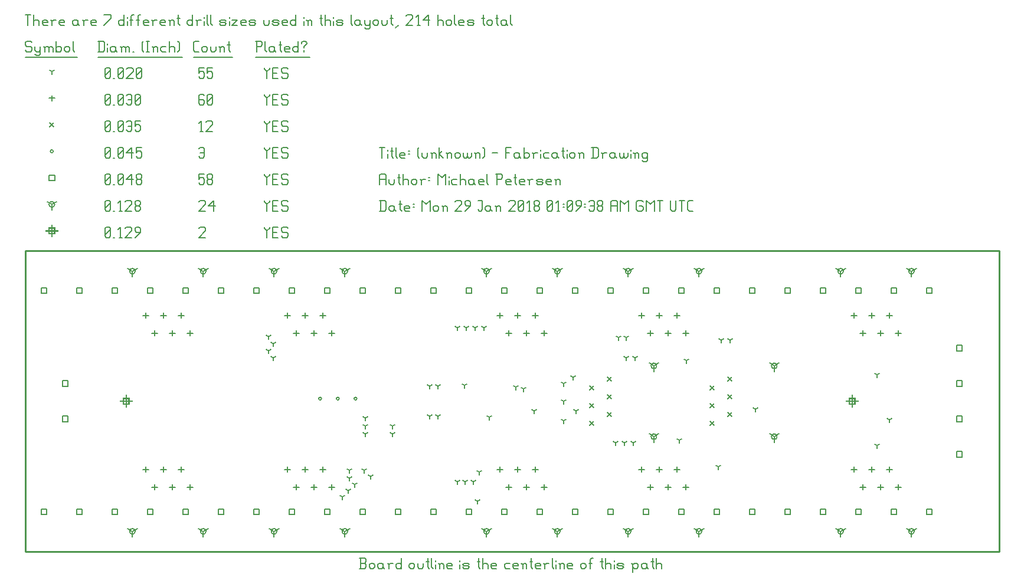
<source format=gbr>
G04 start of page 12 for group -3984 idx -3984 *
G04 Title: (unknown), fab *
G04 Creator: pcb 20140316 *
G04 CreationDate: Mon 29 Jan 2018 01:09:38 AM GMT UTC *
G04 For: railfan *
G04 Format: Gerber/RS-274X *
G04 PCB-Dimensions (mil): 5500.00 1700.00 *
G04 PCB-Coordinate-Origin: lower left *
%MOIN*%
%FSLAX25Y25*%
%LNFAB*%
%ADD88C,0.0100*%
%ADD87C,0.0060*%
%ADD86R,0.0080X0.0080*%
G54D86*X467000Y88200D02*Y81800D01*
X463800Y85000D02*X470200D01*
X465400Y86600D02*X468600D01*
X465400D02*Y83400D01*
X468600D01*
Y86600D02*Y83400D01*
X57000Y88200D02*Y81800D01*
X53800Y85000D02*X60200D01*
X55400Y86600D02*X58600D01*
X55400D02*Y83400D01*
X58600D01*
Y86600D02*Y83400D01*
X15000Y184450D02*Y178050D01*
X11800Y181250D02*X18200D01*
X13400Y182850D02*X16600D01*
X13400D02*Y179650D01*
X16600D01*
Y182850D02*Y179650D01*
G54D87*X135000Y183500D02*Y182750D01*
X136500Y181250D01*
X138000Y182750D01*
Y183500D02*Y182750D01*
X136500Y181250D02*Y177500D01*
X139800Y180500D02*X142050D01*
X139800Y177500D02*X142800D01*
X139800Y183500D02*Y177500D01*
Y183500D02*X142800D01*
X147600D02*X148350Y182750D01*
X145350Y183500D02*X147600D01*
X144600Y182750D02*X145350Y183500D01*
X144600Y182750D02*Y181250D01*
X145350Y180500D01*
X147600D01*
X148350Y179750D01*
Y178250D01*
X147600Y177500D02*X148350Y178250D01*
X145350Y177500D02*X147600D01*
X144600Y178250D02*X145350Y177500D01*
X98000Y182750D02*X98750Y183500D01*
X101000D01*
X101750Y182750D01*
Y181250D01*
X98000Y177500D02*X101750Y181250D01*
X98000Y177500D02*X101750D01*
X45000Y178250D02*X45750Y177500D01*
X45000Y182750D02*Y178250D01*
Y182750D02*X45750Y183500D01*
X47250D01*
X48000Y182750D01*
Y178250D01*
X47250Y177500D02*X48000Y178250D01*
X45750Y177500D02*X47250D01*
X45000Y179000D02*X48000Y182000D01*
X49800Y177500D02*X50550D01*
X53100D02*X54600D01*
X53850Y183500D02*Y177500D01*
X52350Y182000D02*X53850Y183500D01*
X56400Y182750D02*X57150Y183500D01*
X59400D01*
X60150Y182750D01*
Y181250D01*
X56400Y177500D02*X60150Y181250D01*
X56400Y177500D02*X60150D01*
X61950D02*X64950Y180500D01*
Y182750D02*Y180500D01*
X64200Y183500D02*X64950Y182750D01*
X62700Y183500D02*X64200D01*
X61950Y182750D02*X62700Y183500D01*
X61950Y182750D02*Y181250D01*
X62700Y180500D01*
X64950D01*
X180500Y158500D02*Y155300D01*
Y158500D02*X183273Y160100D01*
X180500Y158500D02*X177727Y160100D01*
X178900Y158500D02*G75*G03X182100Y158500I1600J0D01*G01*
G75*G03X178900Y158500I-1600J0D01*G01*
X140500D02*Y155300D01*
Y158500D02*X143273Y160100D01*
X140500Y158500D02*X137727Y160100D01*
X138900Y158500D02*G75*G03X142100Y158500I1600J0D01*G01*
G75*G03X138900Y158500I-1600J0D01*G01*
X100500D02*Y155300D01*
Y158500D02*X103273Y160100D01*
X100500Y158500D02*X97727Y160100D01*
X98900Y158500D02*G75*G03X102100Y158500I1600J0D01*G01*
G75*G03X98900Y158500I-1600J0D01*G01*
X60500D02*Y155300D01*
Y158500D02*X63273Y160100D01*
X60500Y158500D02*X57727Y160100D01*
X58900Y158500D02*G75*G03X62100Y158500I1600J0D01*G01*
G75*G03X58900Y158500I-1600J0D01*G01*
X260500Y11500D02*Y8300D01*
Y11500D02*X263273Y13100D01*
X260500Y11500D02*X257727Y13100D01*
X258900Y11500D02*G75*G03X262100Y11500I1600J0D01*G01*
G75*G03X258900Y11500I-1600J0D01*G01*
X300500D02*Y8300D01*
Y11500D02*X303273Y13100D01*
X300500Y11500D02*X297727Y13100D01*
X298900Y11500D02*G75*G03X302100Y11500I1600J0D01*G01*
G75*G03X298900Y11500I-1600J0D01*G01*
X60500D02*Y8300D01*
Y11500D02*X63273Y13100D01*
X60500Y11500D02*X57727Y13100D01*
X58900Y11500D02*G75*G03X62100Y11500I1600J0D01*G01*
G75*G03X58900Y11500I-1600J0D01*G01*
X100500D02*Y8300D01*
Y11500D02*X103273Y13100D01*
X100500Y11500D02*X97727Y13100D01*
X98900Y11500D02*G75*G03X102100Y11500I1600J0D01*G01*
G75*G03X98900Y11500I-1600J0D01*G01*
X340500D02*Y8300D01*
Y11500D02*X343273Y13100D01*
X340500Y11500D02*X337727Y13100D01*
X338900Y11500D02*G75*G03X342100Y11500I1600J0D01*G01*
G75*G03X338900Y11500I-1600J0D01*G01*
X380500D02*Y8300D01*
Y11500D02*X383273Y13100D01*
X380500Y11500D02*X377727Y13100D01*
X378900Y11500D02*G75*G03X382100Y11500I1600J0D01*G01*
G75*G03X378900Y11500I-1600J0D01*G01*
X140500D02*Y8300D01*
Y11500D02*X143273Y13100D01*
X140500Y11500D02*X137727Y13100D01*
X138900Y11500D02*G75*G03X142100Y11500I1600J0D01*G01*
G75*G03X138900Y11500I-1600J0D01*G01*
X180500D02*Y8300D01*
Y11500D02*X183273Y13100D01*
X180500Y11500D02*X177727Y13100D01*
X178900Y11500D02*G75*G03X182100Y11500I1600J0D01*G01*
G75*G03X178900Y11500I-1600J0D01*G01*
X380500Y158500D02*Y155300D01*
Y158500D02*X383273Y160100D01*
X380500Y158500D02*X377727Y160100D01*
X378900Y158500D02*G75*G03X382100Y158500I1600J0D01*G01*
G75*G03X378900Y158500I-1600J0D01*G01*
X340500D02*Y155300D01*
Y158500D02*X343273Y160100D01*
X340500Y158500D02*X337727Y160100D01*
X338900Y158500D02*G75*G03X342100Y158500I1600J0D01*G01*
G75*G03X338900Y158500I-1600J0D01*G01*
X300500D02*Y155300D01*
Y158500D02*X303273Y160100D01*
X300500Y158500D02*X297727Y160100D01*
X298900Y158500D02*G75*G03X302100Y158500I1600J0D01*G01*
G75*G03X298900Y158500I-1600J0D01*G01*
X260500D02*Y155300D01*
Y158500D02*X263273Y160100D01*
X260500Y158500D02*X257727Y160100D01*
X258900Y158500D02*G75*G03X262100Y158500I1600J0D01*G01*
G75*G03X258900Y158500I-1600J0D01*G01*
X355000Y65000D02*Y61800D01*
Y65000D02*X357773Y66600D01*
X355000Y65000D02*X352227Y66600D01*
X353400Y65000D02*G75*G03X356600Y65000I1600J0D01*G01*
G75*G03X353400Y65000I-1600J0D01*G01*
X355000Y105000D02*Y101800D01*
Y105000D02*X357773Y106600D01*
X355000Y105000D02*X352227Y106600D01*
X353400Y105000D02*G75*G03X356600Y105000I1600J0D01*G01*
G75*G03X353400Y105000I-1600J0D01*G01*
X423000Y65000D02*Y61800D01*
Y65000D02*X425773Y66600D01*
X423000Y65000D02*X420227Y66600D01*
X421400Y65000D02*G75*G03X424600Y65000I1600J0D01*G01*
G75*G03X421400Y65000I-1600J0D01*G01*
X423000Y105000D02*Y101800D01*
Y105000D02*X425773Y106600D01*
X423000Y105000D02*X420227Y106600D01*
X421400Y105000D02*G75*G03X424600Y105000I1600J0D01*G01*
G75*G03X421400Y105000I-1600J0D01*G01*
X460500Y11500D02*Y8300D01*
Y11500D02*X463273Y13100D01*
X460500Y11500D02*X457727Y13100D01*
X458900Y11500D02*G75*G03X462100Y11500I1600J0D01*G01*
G75*G03X458900Y11500I-1600J0D01*G01*
X500500D02*Y8300D01*
Y11500D02*X503273Y13100D01*
X500500Y11500D02*X497727Y13100D01*
X498900Y11500D02*G75*G03X502100Y11500I1600J0D01*G01*
G75*G03X498900Y11500I-1600J0D01*G01*
X500500Y158500D02*Y155300D01*
Y158500D02*X503273Y160100D01*
X500500Y158500D02*X497727Y160100D01*
X498900Y158500D02*G75*G03X502100Y158500I1600J0D01*G01*
G75*G03X498900Y158500I-1600J0D01*G01*
X460500D02*Y155300D01*
Y158500D02*X463273Y160100D01*
X460500Y158500D02*X457727Y160100D01*
X458900Y158500D02*G75*G03X462100Y158500I1600J0D01*G01*
G75*G03X458900Y158500I-1600J0D01*G01*
X15000Y196250D02*Y193050D01*
Y196250D02*X17773Y197850D01*
X15000Y196250D02*X12227Y197850D01*
X13400Y196250D02*G75*G03X16600Y196250I1600J0D01*G01*
G75*G03X13400Y196250I-1600J0D01*G01*
X135000Y198500D02*Y197750D01*
X136500Y196250D01*
X138000Y197750D01*
Y198500D02*Y197750D01*
X136500Y196250D02*Y192500D01*
X139800Y195500D02*X142050D01*
X139800Y192500D02*X142800D01*
X139800Y198500D02*Y192500D01*
Y198500D02*X142800D01*
X147600D02*X148350Y197750D01*
X145350Y198500D02*X147600D01*
X144600Y197750D02*X145350Y198500D01*
X144600Y197750D02*Y196250D01*
X145350Y195500D01*
X147600D01*
X148350Y194750D01*
Y193250D01*
X147600Y192500D02*X148350Y193250D01*
X145350Y192500D02*X147600D01*
X144600Y193250D02*X145350Y192500D01*
X98000Y197750D02*X98750Y198500D01*
X101000D01*
X101750Y197750D01*
Y196250D01*
X98000Y192500D02*X101750Y196250D01*
X98000Y192500D02*X101750D01*
X103550Y195500D02*X106550Y198500D01*
X103550Y195500D02*X107300D01*
X106550Y198500D02*Y192500D01*
X45000Y193250D02*X45750Y192500D01*
X45000Y197750D02*Y193250D01*
Y197750D02*X45750Y198500D01*
X47250D01*
X48000Y197750D01*
Y193250D01*
X47250Y192500D02*X48000Y193250D01*
X45750Y192500D02*X47250D01*
X45000Y194000D02*X48000Y197000D01*
X49800Y192500D02*X50550D01*
X53100D02*X54600D01*
X53850Y198500D02*Y192500D01*
X52350Y197000D02*X53850Y198500D01*
X56400Y197750D02*X57150Y198500D01*
X59400D01*
X60150Y197750D01*
Y196250D01*
X56400Y192500D02*X60150Y196250D01*
X56400Y192500D02*X60150D01*
X61950Y193250D02*X62700Y192500D01*
X61950Y194750D02*Y193250D01*
Y194750D02*X62700Y195500D01*
X64200D01*
X64950Y194750D01*
Y193250D01*
X64200Y192500D02*X64950Y193250D01*
X62700Y192500D02*X64200D01*
X61950Y196250D02*X62700Y195500D01*
X61950Y197750D02*Y196250D01*
Y197750D02*X62700Y198500D01*
X64200D01*
X64950Y197750D01*
Y196250D01*
X64200Y195500D02*X64950Y196250D01*
X288900Y24100D02*X292100D01*
X288900D02*Y20900D01*
X292100D01*
Y24100D02*Y20900D01*
X308900Y24100D02*X312100D01*
X308900D02*Y20900D01*
X312100D01*
Y24100D02*Y20900D01*
X148900Y149100D02*X152100D01*
X148900D02*Y145900D01*
X152100D01*
Y149100D02*Y145900D01*
X128900Y149100D02*X132100D01*
X128900D02*Y145900D01*
X132100D01*
Y149100D02*Y145900D01*
X28900Y149100D02*X32100D01*
X28900D02*Y145900D01*
X32100D01*
Y149100D02*Y145900D01*
X8900Y149100D02*X12100D01*
X8900D02*Y145900D01*
X12100D01*
Y149100D02*Y145900D01*
X468900Y149100D02*X472100D01*
X468900D02*Y145900D01*
X472100D01*
Y149100D02*Y145900D01*
X448900Y149100D02*X452100D01*
X448900D02*Y145900D01*
X452100D01*
Y149100D02*Y145900D01*
X508900Y149100D02*X512100D01*
X508900D02*Y145900D01*
X512100D01*
Y149100D02*Y145900D01*
X488900Y149100D02*X492100D01*
X488900D02*Y145900D01*
X492100D01*
Y149100D02*Y145900D01*
X488900Y24100D02*X492100D01*
X488900D02*Y20900D01*
X492100D01*
Y24100D02*Y20900D01*
X508900Y24100D02*X512100D01*
X508900D02*Y20900D01*
X512100D01*
Y24100D02*Y20900D01*
X48900Y24100D02*X52100D01*
X48900D02*Y20900D01*
X52100D01*
Y24100D02*Y20900D01*
X68900Y24100D02*X72100D01*
X68900D02*Y20900D01*
X72100D01*
Y24100D02*Y20900D01*
X248900Y24100D02*X252100D01*
X248900D02*Y20900D01*
X252100D01*
Y24100D02*Y20900D01*
X268900Y24100D02*X272100D01*
X268900D02*Y20900D01*
X272100D01*
Y24100D02*Y20900D01*
X68900Y149100D02*X72100D01*
X68900D02*Y145900D01*
X72100D01*
Y149100D02*Y145900D01*
X48900Y149100D02*X52100D01*
X48900D02*Y145900D01*
X52100D01*
Y149100D02*Y145900D01*
X368900Y24100D02*X372100D01*
X368900D02*Y20900D01*
X372100D01*
Y24100D02*Y20900D01*
X388900Y24100D02*X392100D01*
X388900D02*Y20900D01*
X392100D01*
Y24100D02*Y20900D01*
X88900Y24100D02*X92100D01*
X88900D02*Y20900D01*
X92100D01*
Y24100D02*Y20900D01*
X108900Y24100D02*X112100D01*
X108900D02*Y20900D01*
X112100D01*
Y24100D02*Y20900D01*
X168900Y24100D02*X172100D01*
X168900D02*Y20900D01*
X172100D01*
Y24100D02*Y20900D01*
X188900Y24100D02*X192100D01*
X188900D02*Y20900D01*
X192100D01*
Y24100D02*Y20900D01*
X128900Y24100D02*X132100D01*
X128900D02*Y20900D01*
X132100D01*
Y24100D02*Y20900D01*
X148900Y24100D02*X152100D01*
X148900D02*Y20900D01*
X152100D01*
Y24100D02*Y20900D01*
X208900Y24100D02*X212100D01*
X208900D02*Y20900D01*
X212100D01*
Y24100D02*Y20900D01*
X228900Y24100D02*X232100D01*
X228900D02*Y20900D01*
X232100D01*
Y24100D02*Y20900D01*
X228900Y149100D02*X232100D01*
X228900D02*Y145900D01*
X232100D01*
Y149100D02*Y145900D01*
X208900Y149100D02*X212100D01*
X208900D02*Y145900D01*
X212100D01*
Y149100D02*Y145900D01*
X328900Y24100D02*X332100D01*
X328900D02*Y20900D01*
X332100D01*
Y24100D02*Y20900D01*
X348900Y24100D02*X352100D01*
X348900D02*Y20900D01*
X352100D01*
Y24100D02*Y20900D01*
X448900Y24100D02*X452100D01*
X448900D02*Y20900D01*
X452100D01*
Y24100D02*Y20900D01*
X468900Y24100D02*X472100D01*
X468900D02*Y20900D01*
X472100D01*
Y24100D02*Y20900D01*
X388900Y149100D02*X392100D01*
X388900D02*Y145900D01*
X392100D01*
Y149100D02*Y145900D01*
X368900Y149100D02*X372100D01*
X368900D02*Y145900D01*
X372100D01*
Y149100D02*Y145900D01*
X268900Y149100D02*X272100D01*
X268900D02*Y145900D01*
X272100D01*
Y149100D02*Y145900D01*
X248900Y149100D02*X252100D01*
X248900D02*Y145900D01*
X252100D01*
Y149100D02*Y145900D01*
X20900Y96600D02*X24100D01*
X20900D02*Y93400D01*
X24100D01*
Y96600D02*Y93400D01*
X20900Y76600D02*X24100D01*
X20900D02*Y73400D01*
X24100D01*
Y76600D02*Y73400D01*
X348900Y149100D02*X352100D01*
X348900D02*Y145900D01*
X352100D01*
Y149100D02*Y145900D01*
X328900Y149100D02*X332100D01*
X328900D02*Y145900D01*
X332100D01*
Y149100D02*Y145900D01*
X308900Y149100D02*X312100D01*
X308900D02*Y145900D01*
X312100D01*
Y149100D02*Y145900D01*
X288900Y149100D02*X292100D01*
X288900D02*Y145900D01*
X292100D01*
Y149100D02*Y145900D01*
X428900Y149100D02*X432100D01*
X428900D02*Y145900D01*
X432100D01*
Y149100D02*Y145900D01*
X408900Y149100D02*X412100D01*
X408900D02*Y145900D01*
X412100D01*
Y149100D02*Y145900D01*
X108900Y149100D02*X112100D01*
X108900D02*Y145900D01*
X112100D01*
Y149100D02*Y145900D01*
X88900Y149100D02*X92100D01*
X88900D02*Y145900D01*
X92100D01*
Y149100D02*Y145900D01*
X188900Y149100D02*X192100D01*
X188900D02*Y145900D01*
X192100D01*
Y149100D02*Y145900D01*
X168900Y149100D02*X172100D01*
X168900D02*Y145900D01*
X172100D01*
Y149100D02*Y145900D01*
X408900Y24100D02*X412100D01*
X408900D02*Y20900D01*
X412100D01*
Y24100D02*Y20900D01*
X428900Y24100D02*X432100D01*
X428900D02*Y20900D01*
X432100D01*
Y24100D02*Y20900D01*
X8900Y24100D02*X12100D01*
X8900D02*Y20900D01*
X12100D01*
Y24100D02*Y20900D01*
X28900Y24100D02*X32100D01*
X28900D02*Y20900D01*
X32100D01*
Y24100D02*Y20900D01*
X525900Y96600D02*X529100D01*
X525900D02*Y93400D01*
X529100D01*
Y96600D02*Y93400D01*
X525900Y116600D02*X529100D01*
X525900D02*Y113400D01*
X529100D01*
Y116600D02*Y113400D01*
X525900Y56600D02*X529100D01*
X525900D02*Y53400D01*
X529100D01*
Y56600D02*Y53400D01*
X525900Y76600D02*X529100D01*
X525900D02*Y73400D01*
X529100D01*
Y76600D02*Y73400D01*
X13400Y212850D02*X16600D01*
X13400D02*Y209650D01*
X16600D01*
Y212850D02*Y209650D01*
X135000Y213500D02*Y212750D01*
X136500Y211250D01*
X138000Y212750D01*
Y213500D02*Y212750D01*
X136500Y211250D02*Y207500D01*
X139800Y210500D02*X142050D01*
X139800Y207500D02*X142800D01*
X139800Y213500D02*Y207500D01*
Y213500D02*X142800D01*
X147600D02*X148350Y212750D01*
X145350Y213500D02*X147600D01*
X144600Y212750D02*X145350Y213500D01*
X144600Y212750D02*Y211250D01*
X145350Y210500D01*
X147600D01*
X148350Y209750D01*
Y208250D01*
X147600Y207500D02*X148350Y208250D01*
X145350Y207500D02*X147600D01*
X144600Y208250D02*X145350Y207500D01*
X98000Y213500D02*X101000D01*
X98000D02*Y210500D01*
X98750Y211250D01*
X100250D01*
X101000Y210500D01*
Y208250D01*
X100250Y207500D02*X101000Y208250D01*
X98750Y207500D02*X100250D01*
X98000Y208250D02*X98750Y207500D01*
X102800Y208250D02*X103550Y207500D01*
X102800Y209750D02*Y208250D01*
Y209750D02*X103550Y210500D01*
X105050D01*
X105800Y209750D01*
Y208250D01*
X105050Y207500D02*X105800Y208250D01*
X103550Y207500D02*X105050D01*
X102800Y211250D02*X103550Y210500D01*
X102800Y212750D02*Y211250D01*
Y212750D02*X103550Y213500D01*
X105050D01*
X105800Y212750D01*
Y211250D01*
X105050Y210500D02*X105800Y211250D01*
X45000Y208250D02*X45750Y207500D01*
X45000Y212750D02*Y208250D01*
Y212750D02*X45750Y213500D01*
X47250D01*
X48000Y212750D01*
Y208250D01*
X47250Y207500D02*X48000Y208250D01*
X45750Y207500D02*X47250D01*
X45000Y209000D02*X48000Y212000D01*
X49800Y207500D02*X50550D01*
X52350Y208250D02*X53100Y207500D01*
X52350Y212750D02*Y208250D01*
Y212750D02*X53100Y213500D01*
X54600D01*
X55350Y212750D01*
Y208250D01*
X54600Y207500D02*X55350Y208250D01*
X53100Y207500D02*X54600D01*
X52350Y209000D02*X55350Y212000D01*
X57150Y210500D02*X60150Y213500D01*
X57150Y210500D02*X60900D01*
X60150Y213500D02*Y207500D01*
X62700Y208250D02*X63450Y207500D01*
X62700Y209750D02*Y208250D01*
Y209750D02*X63450Y210500D01*
X64950D01*
X65700Y209750D01*
Y208250D01*
X64950Y207500D02*X65700Y208250D01*
X63450Y207500D02*X64950D01*
X62700Y211250D02*X63450Y210500D01*
X62700Y212750D02*Y211250D01*
Y212750D02*X63450Y213500D01*
X64950D01*
X65700Y212750D01*
Y211250D01*
X64950Y210500D02*X65700Y211250D01*
X185700Y86500D02*G75*G03X187300Y86500I800J0D01*G01*
G75*G03X185700Y86500I-800J0D01*G01*
X175700D02*G75*G03X177300Y86500I800J0D01*G01*
G75*G03X175700Y86500I-800J0D01*G01*
X165700D02*G75*G03X167300Y86500I800J0D01*G01*
G75*G03X165700Y86500I-800J0D01*G01*
X14200Y226250D02*G75*G03X15800Y226250I800J0D01*G01*
G75*G03X14200Y226250I-800J0D01*G01*
X135000Y228500D02*Y227750D01*
X136500Y226250D01*
X138000Y227750D01*
Y228500D02*Y227750D01*
X136500Y226250D02*Y222500D01*
X139800Y225500D02*X142050D01*
X139800Y222500D02*X142800D01*
X139800Y228500D02*Y222500D01*
Y228500D02*X142800D01*
X147600D02*X148350Y227750D01*
X145350Y228500D02*X147600D01*
X144600Y227750D02*X145350Y228500D01*
X144600Y227750D02*Y226250D01*
X145350Y225500D01*
X147600D01*
X148350Y224750D01*
Y223250D01*
X147600Y222500D02*X148350Y223250D01*
X145350Y222500D02*X147600D01*
X144600Y223250D02*X145350Y222500D01*
X98000Y227750D02*X98750Y228500D01*
X100250D01*
X101000Y227750D01*
Y223250D01*
X100250Y222500D02*X101000Y223250D01*
X98750Y222500D02*X100250D01*
X98000Y223250D02*X98750Y222500D01*
Y225500D02*X101000D01*
X45000Y223250D02*X45750Y222500D01*
X45000Y227750D02*Y223250D01*
Y227750D02*X45750Y228500D01*
X47250D01*
X48000Y227750D01*
Y223250D01*
X47250Y222500D02*X48000Y223250D01*
X45750Y222500D02*X47250D01*
X45000Y224000D02*X48000Y227000D01*
X49800Y222500D02*X50550D01*
X52350Y223250D02*X53100Y222500D01*
X52350Y227750D02*Y223250D01*
Y227750D02*X53100Y228500D01*
X54600D01*
X55350Y227750D01*
Y223250D01*
X54600Y222500D02*X55350Y223250D01*
X53100Y222500D02*X54600D01*
X52350Y224000D02*X55350Y227000D01*
X57150Y225500D02*X60150Y228500D01*
X57150Y225500D02*X60900D01*
X60150Y228500D02*Y222500D01*
X62700Y228500D02*X65700D01*
X62700D02*Y225500D01*
X63450Y226250D01*
X64950D01*
X65700Y225500D01*
Y223250D01*
X64950Y222500D02*X65700Y223250D01*
X63450Y222500D02*X64950D01*
X62700Y223250D02*X63450Y222500D01*
X318800Y73700D02*X321200Y71300D01*
X318800D02*X321200Y73700D01*
X328800Y78700D02*X331200Y76300D01*
X328800D02*X331200Y78700D01*
X318800Y83700D02*X321200Y81300D01*
X318800D02*X321200Y83700D01*
X328800Y88700D02*X331200Y86300D01*
X328800D02*X331200Y88700D01*
X318800Y93700D02*X321200Y91300D01*
X318800D02*X321200Y93700D01*
X328800Y98700D02*X331200Y96300D01*
X328800D02*X331200Y98700D01*
X386800Y73700D02*X389200Y71300D01*
X386800D02*X389200Y73700D01*
X396800Y78700D02*X399200Y76300D01*
X396800D02*X399200Y78700D01*
X386800Y83700D02*X389200Y81300D01*
X386800D02*X389200Y83700D01*
X396800Y88700D02*X399200Y86300D01*
X396800D02*X399200Y88700D01*
X386800Y93700D02*X389200Y91300D01*
X386800D02*X389200Y93700D01*
X396800Y98700D02*X399200Y96300D01*
X396800D02*X399200Y98700D01*
X13800Y242450D02*X16200Y240050D01*
X13800D02*X16200Y242450D01*
X135000Y243500D02*Y242750D01*
X136500Y241250D01*
X138000Y242750D01*
Y243500D02*Y242750D01*
X136500Y241250D02*Y237500D01*
X139800Y240500D02*X142050D01*
X139800Y237500D02*X142800D01*
X139800Y243500D02*Y237500D01*
Y243500D02*X142800D01*
X147600D02*X148350Y242750D01*
X145350Y243500D02*X147600D01*
X144600Y242750D02*X145350Y243500D01*
X144600Y242750D02*Y241250D01*
X145350Y240500D01*
X147600D01*
X148350Y239750D01*
Y238250D01*
X147600Y237500D02*X148350Y238250D01*
X145350Y237500D02*X147600D01*
X144600Y238250D02*X145350Y237500D01*
X98750D02*X100250D01*
X99500Y243500D02*Y237500D01*
X98000Y242000D02*X99500Y243500D01*
X102050Y242750D02*X102800Y243500D01*
X105050D01*
X105800Y242750D01*
Y241250D01*
X102050Y237500D02*X105800Y241250D01*
X102050Y237500D02*X105800D01*
X45000Y238250D02*X45750Y237500D01*
X45000Y242750D02*Y238250D01*
Y242750D02*X45750Y243500D01*
X47250D01*
X48000Y242750D01*
Y238250D01*
X47250Y237500D02*X48000Y238250D01*
X45750Y237500D02*X47250D01*
X45000Y239000D02*X48000Y242000D01*
X49800Y237500D02*X50550D01*
X52350Y238250D02*X53100Y237500D01*
X52350Y242750D02*Y238250D01*
Y242750D02*X53100Y243500D01*
X54600D01*
X55350Y242750D01*
Y238250D01*
X54600Y237500D02*X55350Y238250D01*
X53100Y237500D02*X54600D01*
X52350Y239000D02*X55350Y242000D01*
X57150Y242750D02*X57900Y243500D01*
X59400D01*
X60150Y242750D01*
Y238250D01*
X59400Y237500D02*X60150Y238250D01*
X57900Y237500D02*X59400D01*
X57150Y238250D02*X57900Y237500D01*
Y240500D02*X60150D01*
X61950Y243500D02*X64950D01*
X61950D02*Y240500D01*
X62700Y241250D01*
X64200D01*
X64950Y240500D01*
Y238250D01*
X64200Y237500D02*X64950Y238250D01*
X62700Y237500D02*X64200D01*
X61950Y238250D02*X62700Y237500D01*
X173000Y125100D02*Y121900D01*
X171400Y123500D02*X174600D01*
X168000Y135100D02*Y131900D01*
X166400Y133500D02*X169600D01*
X163000Y125100D02*Y121900D01*
X161400Y123500D02*X164600D01*
X158000Y135100D02*Y131900D01*
X156400Y133500D02*X159600D01*
X153000Y125100D02*Y121900D01*
X151400Y123500D02*X154600D01*
X148000Y135100D02*Y131900D01*
X146400Y133500D02*X149600D01*
X93000Y125100D02*Y121900D01*
X91400Y123500D02*X94600D01*
X88000Y135100D02*Y131900D01*
X86400Y133500D02*X89600D01*
X83000Y125100D02*Y121900D01*
X81400Y123500D02*X84600D01*
X78000Y135100D02*Y131900D01*
X76400Y133500D02*X79600D01*
X73000Y125100D02*Y121900D01*
X71400Y123500D02*X74600D01*
X68000Y135100D02*Y131900D01*
X66400Y133500D02*X69600D01*
X268000Y48100D02*Y44900D01*
X266400Y46500D02*X269600D01*
X273000Y38100D02*Y34900D01*
X271400Y36500D02*X274600D01*
X278000Y48100D02*Y44900D01*
X276400Y46500D02*X279600D01*
X283000Y38100D02*Y34900D01*
X281400Y36500D02*X284600D01*
X288000Y48100D02*Y44900D01*
X286400Y46500D02*X289600D01*
X293000Y38100D02*Y34900D01*
X291400Y36500D02*X294600D01*
X68000Y48100D02*Y44900D01*
X66400Y46500D02*X69600D01*
X73000Y38100D02*Y34900D01*
X71400Y36500D02*X74600D01*
X78000Y48100D02*Y44900D01*
X76400Y46500D02*X79600D01*
X83000Y38100D02*Y34900D01*
X81400Y36500D02*X84600D01*
X88000Y48100D02*Y44900D01*
X86400Y46500D02*X89600D01*
X93000Y38100D02*Y34900D01*
X91400Y36500D02*X94600D01*
X348000Y48100D02*Y44900D01*
X346400Y46500D02*X349600D01*
X353000Y38100D02*Y34900D01*
X351400Y36500D02*X354600D01*
X358000Y48100D02*Y44900D01*
X356400Y46500D02*X359600D01*
X363000Y38100D02*Y34900D01*
X361400Y36500D02*X364600D01*
X368000Y48100D02*Y44900D01*
X366400Y46500D02*X369600D01*
X373000Y38100D02*Y34900D01*
X371400Y36500D02*X374600D01*
X148000Y48100D02*Y44900D01*
X146400Y46500D02*X149600D01*
X153000Y38100D02*Y34900D01*
X151400Y36500D02*X154600D01*
X158000Y48100D02*Y44900D01*
X156400Y46500D02*X159600D01*
X163000Y38100D02*Y34900D01*
X161400Y36500D02*X164600D01*
X168000Y48100D02*Y44900D01*
X166400Y46500D02*X169600D01*
X173000Y38100D02*Y34900D01*
X171400Y36500D02*X174600D01*
X373000Y125100D02*Y121900D01*
X371400Y123500D02*X374600D01*
X368000Y135100D02*Y131900D01*
X366400Y133500D02*X369600D01*
X363000Y125100D02*Y121900D01*
X361400Y123500D02*X364600D01*
X358000Y135100D02*Y131900D01*
X356400Y133500D02*X359600D01*
X353000Y125100D02*Y121900D01*
X351400Y123500D02*X354600D01*
X348000Y135100D02*Y131900D01*
X346400Y133500D02*X349600D01*
X293000Y125100D02*Y121900D01*
X291400Y123500D02*X294600D01*
X288000Y135100D02*Y131900D01*
X286400Y133500D02*X289600D01*
X283000Y125100D02*Y121900D01*
X281400Y123500D02*X284600D01*
X278000Y135100D02*Y131900D01*
X276400Y133500D02*X279600D01*
X273000Y125100D02*Y121900D01*
X271400Y123500D02*X274600D01*
X268000Y135100D02*Y131900D01*
X266400Y133500D02*X269600D01*
X468000Y48100D02*Y44900D01*
X466400Y46500D02*X469600D01*
X473000Y38100D02*Y34900D01*
X471400Y36500D02*X474600D01*
X478000Y48100D02*Y44900D01*
X476400Y46500D02*X479600D01*
X483000Y38100D02*Y34900D01*
X481400Y36500D02*X484600D01*
X488000Y48100D02*Y44900D01*
X486400Y46500D02*X489600D01*
X493000Y38100D02*Y34900D01*
X491400Y36500D02*X494600D01*
X493000Y125100D02*Y121900D01*
X491400Y123500D02*X494600D01*
X488000Y135100D02*Y131900D01*
X486400Y133500D02*X489600D01*
X483000Y125100D02*Y121900D01*
X481400Y123500D02*X484600D01*
X478000Y135100D02*Y131900D01*
X476400Y133500D02*X479600D01*
X473000Y125100D02*Y121900D01*
X471400Y123500D02*X474600D01*
X468000Y135100D02*Y131900D01*
X466400Y133500D02*X469600D01*
X15000Y257850D02*Y254650D01*
X13400Y256250D02*X16600D01*
X135000Y258500D02*Y257750D01*
X136500Y256250D01*
X138000Y257750D01*
Y258500D02*Y257750D01*
X136500Y256250D02*Y252500D01*
X139800Y255500D02*X142050D01*
X139800Y252500D02*X142800D01*
X139800Y258500D02*Y252500D01*
Y258500D02*X142800D01*
X147600D02*X148350Y257750D01*
X145350Y258500D02*X147600D01*
X144600Y257750D02*X145350Y258500D01*
X144600Y257750D02*Y256250D01*
X145350Y255500D01*
X147600D01*
X148350Y254750D01*
Y253250D01*
X147600Y252500D02*X148350Y253250D01*
X145350Y252500D02*X147600D01*
X144600Y253250D02*X145350Y252500D01*
X100250Y258500D02*X101000Y257750D01*
X98750Y258500D02*X100250D01*
X98000Y257750D02*X98750Y258500D01*
X98000Y257750D02*Y253250D01*
X98750Y252500D01*
X100250Y255500D02*X101000Y254750D01*
X98000Y255500D02*X100250D01*
X98750Y252500D02*X100250D01*
X101000Y253250D01*
Y254750D02*Y253250D01*
X102800D02*X103550Y252500D01*
X102800Y257750D02*Y253250D01*
Y257750D02*X103550Y258500D01*
X105050D01*
X105800Y257750D01*
Y253250D01*
X105050Y252500D02*X105800Y253250D01*
X103550Y252500D02*X105050D01*
X102800Y254000D02*X105800Y257000D01*
X45000Y253250D02*X45750Y252500D01*
X45000Y257750D02*Y253250D01*
Y257750D02*X45750Y258500D01*
X47250D01*
X48000Y257750D01*
Y253250D01*
X47250Y252500D02*X48000Y253250D01*
X45750Y252500D02*X47250D01*
X45000Y254000D02*X48000Y257000D01*
X49800Y252500D02*X50550D01*
X52350Y253250D02*X53100Y252500D01*
X52350Y257750D02*Y253250D01*
Y257750D02*X53100Y258500D01*
X54600D01*
X55350Y257750D01*
Y253250D01*
X54600Y252500D02*X55350Y253250D01*
X53100Y252500D02*X54600D01*
X52350Y254000D02*X55350Y257000D01*
X57150Y257750D02*X57900Y258500D01*
X59400D01*
X60150Y257750D01*
Y253250D01*
X59400Y252500D02*X60150Y253250D01*
X57900Y252500D02*X59400D01*
X57150Y253250D02*X57900Y252500D01*
Y255500D02*X60150D01*
X61950Y253250D02*X62700Y252500D01*
X61950Y257750D02*Y253250D01*
Y257750D02*X62700Y258500D01*
X64200D01*
X64950Y257750D01*
Y253250D01*
X64200Y252500D02*X64950Y253250D01*
X62700Y252500D02*X64200D01*
X61950Y254000D02*X64950Y257000D01*
X255500Y28500D02*Y26900D01*
Y28500D02*X256887Y29300D01*
X255500Y28500D02*X254113Y29300D01*
X304000Y74000D02*Y72400D01*
Y74000D02*X305387Y74800D01*
X304000Y74000D02*X302613Y74800D01*
X287500Y79500D02*Y77900D01*
Y79500D02*X288887Y80300D01*
X287500Y79500D02*X286113Y80300D01*
X304000Y85000D02*Y83400D01*
Y85000D02*X305387Y85800D01*
X304000Y85000D02*X302613Y85800D01*
X281500Y92000D02*Y90400D01*
Y92000D02*X282887Y92800D01*
X281500Y92000D02*X280113Y92800D01*
X248000Y94000D02*Y92400D01*
Y94000D02*X249387Y94800D01*
X248000Y94000D02*X246613Y94800D01*
X262000Y76000D02*Y74400D01*
Y76000D02*X263387Y76800D01*
X262000Y76000D02*X260613Y76800D01*
X192000Y66500D02*Y64900D01*
Y66500D02*X193387Y67300D01*
X192000Y66500D02*X190613Y67300D01*
X207500Y66500D02*Y64900D01*
Y66500D02*X208887Y67300D01*
X207500Y66500D02*X206113Y67300D01*
X192000Y71000D02*Y69400D01*
Y71000D02*X193387Y71800D01*
X192000Y71000D02*X190613Y71800D01*
X192000Y75500D02*Y73900D01*
Y75500D02*X193387Y76300D01*
X192000Y75500D02*X190613Y76300D01*
X207500Y71000D02*Y69400D01*
Y71000D02*X208887Y71800D01*
X207500Y71000D02*X206113Y71800D01*
X228500Y76500D02*Y74900D01*
Y76500D02*X229887Y77300D01*
X228500Y76500D02*X227113Y77300D01*
X233000Y76500D02*Y74900D01*
Y76500D02*X234387Y77300D01*
X233000Y76500D02*X231613Y77300D01*
X186000Y38000D02*Y36400D01*
Y38000D02*X187387Y38800D01*
X186000Y38000D02*X184613Y38800D01*
X179000Y31000D02*Y29400D01*
Y31000D02*X180387Y31800D01*
X179000Y31000D02*X177613Y31800D01*
X182500Y34500D02*Y32900D01*
Y34500D02*X183887Y35300D01*
X182500Y34500D02*X181113Y35300D01*
X183000Y41500D02*Y39900D01*
Y41500D02*X184387Y42300D01*
X183000Y41500D02*X181613Y42300D01*
X183000Y46000D02*Y44400D01*
Y46000D02*X184387Y46800D01*
X183000Y46000D02*X181613Y46800D01*
X195000Y42500D02*Y40900D01*
Y42500D02*X196387Y43300D01*
X195000Y42500D02*X193613Y43300D01*
X191500Y46000D02*Y44400D01*
Y46000D02*X192887Y46800D01*
X191500Y46000D02*X190113Y46800D01*
X228500Y93500D02*Y91900D01*
Y93500D02*X229887Y94300D01*
X228500Y93500D02*X227113Y94300D01*
X233000Y93500D02*Y91900D01*
Y93500D02*X234387Y94300D01*
X233000Y93500D02*X231613Y94300D01*
X137500Y121500D02*Y119900D01*
Y121500D02*X138887Y122300D01*
X137500Y121500D02*X136113Y122300D01*
X140000Y117500D02*Y115900D01*
Y117500D02*X141387Y118300D01*
X140000Y117500D02*X138613Y118300D01*
X137500Y113500D02*Y111900D01*
Y113500D02*X138887Y114300D01*
X137500Y113500D02*X136113Y114300D01*
X140000Y109500D02*Y107900D01*
Y109500D02*X141387Y110300D01*
X140000Y109500D02*X138613Y110300D01*
X244000Y126500D02*Y124900D01*
Y126500D02*X245387Y127300D01*
X244000Y126500D02*X242613Y127300D01*
X249000Y126500D02*Y124900D01*
Y126500D02*X250387Y127300D01*
X249000Y126500D02*X247613Y127300D01*
X254000Y126500D02*Y124900D01*
Y126500D02*X255387Y127300D01*
X254000Y126500D02*X252613Y127300D01*
X259000Y126500D02*Y124900D01*
Y126500D02*X260387Y127300D01*
X259000Y126500D02*X257613Y127300D01*
X256500Y45000D02*Y43400D01*
Y45000D02*X257887Y45800D01*
X256500Y45000D02*X255113Y45800D01*
X339500Y121000D02*Y119400D01*
Y121000D02*X340887Y121800D01*
X339500Y121000D02*X338113Y121800D01*
X335000Y121000D02*Y119400D01*
Y121000D02*X336387Y121800D01*
X335000Y121000D02*X333613Y121800D01*
X304000Y95000D02*Y93400D01*
Y95000D02*X305387Y95800D01*
X304000Y95000D02*X302613Y95800D01*
X248500Y39500D02*Y37900D01*
Y39500D02*X249887Y40300D01*
X248500Y39500D02*X247113Y40300D01*
X277000Y93000D02*Y91400D01*
Y93000D02*X278387Y93800D01*
X277000Y93000D02*X275613Y93800D01*
X253000Y39500D02*Y37900D01*
Y39500D02*X254387Y40300D01*
X253000Y39500D02*X251613Y40300D01*
X244000Y39500D02*Y37900D01*
Y39500D02*X245387Y40300D01*
X244000Y39500D02*X242613Y40300D01*
X369500Y63000D02*Y61400D01*
Y63000D02*X370887Y63800D01*
X369500Y63000D02*X368113Y63800D01*
X344500Y109500D02*Y107900D01*
Y109500D02*X345887Y110300D01*
X344500Y109500D02*X343113Y110300D01*
X339500Y109500D02*Y107900D01*
Y109500D02*X340887Y110300D01*
X339500Y109500D02*X338113Y110300D01*
X393000Y119500D02*Y117900D01*
Y119500D02*X394387Y120300D01*
X393000Y119500D02*X391613Y120300D01*
X398000Y119500D02*Y117900D01*
Y119500D02*X399387Y120300D01*
X398000Y119500D02*X396613Y120300D01*
X343500Y61500D02*Y59900D01*
Y61500D02*X344887Y62300D01*
X343500Y61500D02*X342113Y62300D01*
X338500Y61500D02*Y59900D01*
Y61500D02*X339887Y62300D01*
X338500Y61500D02*X337113Y62300D01*
X333500Y61500D02*Y59900D01*
Y61500D02*X334887Y62300D01*
X333500Y61500D02*X332113Y62300D01*
X373500Y108000D02*Y106400D01*
Y108000D02*X374887Y108800D01*
X373500Y108000D02*X372113Y108800D01*
X391500Y48000D02*Y46400D01*
Y48000D02*X392887Y48800D01*
X391500Y48000D02*X390113Y48800D01*
X311000Y79500D02*Y77900D01*
Y79500D02*X312387Y80300D01*
X311000Y79500D02*X309613Y80300D01*
X309500Y98500D02*Y96900D01*
Y98500D02*X310887Y99300D01*
X309500Y98500D02*X308113Y99300D01*
X412500Y80500D02*Y78900D01*
Y80500D02*X413887Y81300D01*
X412500Y80500D02*X411113Y81300D01*
X481000Y100000D02*Y98400D01*
Y100000D02*X482387Y100800D01*
X481000Y100000D02*X479613Y100800D01*
X481000Y60000D02*Y58400D01*
Y60000D02*X482387Y60800D01*
X481000Y60000D02*X479613Y60800D01*
X488000Y74500D02*Y72900D01*
Y74500D02*X489387Y75300D01*
X488000Y74500D02*X486613Y75300D01*
X15000Y271250D02*Y269650D01*
Y271250D02*X16387Y272050D01*
X15000Y271250D02*X13613Y272050D01*
X135000Y273500D02*Y272750D01*
X136500Y271250D01*
X138000Y272750D01*
Y273500D02*Y272750D01*
X136500Y271250D02*Y267500D01*
X139800Y270500D02*X142050D01*
X139800Y267500D02*X142800D01*
X139800Y273500D02*Y267500D01*
Y273500D02*X142800D01*
X147600D02*X148350Y272750D01*
X145350Y273500D02*X147600D01*
X144600Y272750D02*X145350Y273500D01*
X144600Y272750D02*Y271250D01*
X145350Y270500D01*
X147600D01*
X148350Y269750D01*
Y268250D01*
X147600Y267500D02*X148350Y268250D01*
X145350Y267500D02*X147600D01*
X144600Y268250D02*X145350Y267500D01*
X98000Y273500D02*X101000D01*
X98000D02*Y270500D01*
X98750Y271250D01*
X100250D01*
X101000Y270500D01*
Y268250D01*
X100250Y267500D02*X101000Y268250D01*
X98750Y267500D02*X100250D01*
X98000Y268250D02*X98750Y267500D01*
X102800Y273500D02*X105800D01*
X102800D02*Y270500D01*
X103550Y271250D01*
X105050D01*
X105800Y270500D01*
Y268250D01*
X105050Y267500D02*X105800Y268250D01*
X103550Y267500D02*X105050D01*
X102800Y268250D02*X103550Y267500D01*
X45000Y268250D02*X45750Y267500D01*
X45000Y272750D02*Y268250D01*
Y272750D02*X45750Y273500D01*
X47250D01*
X48000Y272750D01*
Y268250D01*
X47250Y267500D02*X48000Y268250D01*
X45750Y267500D02*X47250D01*
X45000Y269000D02*X48000Y272000D01*
X49800Y267500D02*X50550D01*
X52350Y268250D02*X53100Y267500D01*
X52350Y272750D02*Y268250D01*
Y272750D02*X53100Y273500D01*
X54600D01*
X55350Y272750D01*
Y268250D01*
X54600Y267500D02*X55350Y268250D01*
X53100Y267500D02*X54600D01*
X52350Y269000D02*X55350Y272000D01*
X57150Y272750D02*X57900Y273500D01*
X60150D01*
X60900Y272750D01*
Y271250D01*
X57150Y267500D02*X60900Y271250D01*
X57150Y267500D02*X60900D01*
X62700Y268250D02*X63450Y267500D01*
X62700Y272750D02*Y268250D01*
Y272750D02*X63450Y273500D01*
X64950D01*
X65700Y272750D01*
Y268250D01*
X64950Y267500D02*X65700Y268250D01*
X63450Y267500D02*X64950D01*
X62700Y269000D02*X65700Y272000D01*
X3000Y288500D02*X3750Y287750D01*
X750Y288500D02*X3000D01*
X0Y287750D02*X750Y288500D01*
X0Y287750D02*Y286250D01*
X750Y285500D01*
X3000D01*
X3750Y284750D01*
Y283250D01*
X3000Y282500D02*X3750Y283250D01*
X750Y282500D02*X3000D01*
X0Y283250D02*X750Y282500D01*
X5550Y285500D02*Y283250D01*
X6300Y282500D01*
X8550Y285500D02*Y281000D01*
X7800Y280250D02*X8550Y281000D01*
X6300Y280250D02*X7800D01*
X5550Y281000D02*X6300Y280250D01*
Y282500D02*X7800D01*
X8550Y283250D01*
X11100Y284750D02*Y282500D01*
Y284750D02*X11850Y285500D01*
X12600D01*
X13350Y284750D01*
Y282500D01*
Y284750D02*X14100Y285500D01*
X14850D01*
X15600Y284750D01*
Y282500D01*
X10350Y285500D02*X11100Y284750D01*
X17400Y288500D02*Y282500D01*
Y283250D02*X18150Y282500D01*
X19650D01*
X20400Y283250D01*
Y284750D02*Y283250D01*
X19650Y285500D02*X20400Y284750D01*
X18150Y285500D02*X19650D01*
X17400Y284750D02*X18150Y285500D01*
X22200Y284750D02*Y283250D01*
Y284750D02*X22950Y285500D01*
X24450D01*
X25200Y284750D01*
Y283250D01*
X24450Y282500D02*X25200Y283250D01*
X22950Y282500D02*X24450D01*
X22200Y283250D02*X22950Y282500D01*
X27000Y288500D02*Y283250D01*
X27750Y282500D01*
X0Y279250D02*X29250D01*
X41750Y288500D02*Y282500D01*
X44000Y288500D02*X44750Y287750D01*
Y283250D01*
X44000Y282500D02*X44750Y283250D01*
X41000Y282500D02*X44000D01*
X41000Y288500D02*X44000D01*
X46550Y287000D02*Y286250D01*
Y284750D02*Y282500D01*
X50300Y285500D02*X51050Y284750D01*
X48800Y285500D02*X50300D01*
X48050Y284750D02*X48800Y285500D01*
X48050Y284750D02*Y283250D01*
X48800Y282500D01*
X51050Y285500D02*Y283250D01*
X51800Y282500D01*
X48800D02*X50300D01*
X51050Y283250D01*
X54350Y284750D02*Y282500D01*
Y284750D02*X55100Y285500D01*
X55850D01*
X56600Y284750D01*
Y282500D01*
Y284750D02*X57350Y285500D01*
X58100D01*
X58850Y284750D01*
Y282500D01*
X53600Y285500D02*X54350Y284750D01*
X60650Y282500D02*X61400D01*
X65900Y283250D02*X66650Y282500D01*
X65900Y287750D02*X66650Y288500D01*
X65900Y287750D02*Y283250D01*
X68450Y288500D02*X69950D01*
X69200D02*Y282500D01*
X68450D02*X69950D01*
X72500Y284750D02*Y282500D01*
Y284750D02*X73250Y285500D01*
X74000D01*
X74750Y284750D01*
Y282500D01*
X71750Y285500D02*X72500Y284750D01*
X77300Y285500D02*X79550D01*
X76550Y284750D02*X77300Y285500D01*
X76550Y284750D02*Y283250D01*
X77300Y282500D01*
X79550D01*
X81350Y288500D02*Y282500D01*
Y284750D02*X82100Y285500D01*
X83600D01*
X84350Y284750D01*
Y282500D01*
X86150Y288500D02*X86900Y287750D01*
Y283250D01*
X86150Y282500D02*X86900Y283250D01*
X41000Y279250D02*X88700D01*
X95750Y282500D02*X98000D01*
X95000Y283250D02*X95750Y282500D01*
X95000Y287750D02*Y283250D01*
Y287750D02*X95750Y288500D01*
X98000D01*
X99800Y284750D02*Y283250D01*
Y284750D02*X100550Y285500D01*
X102050D01*
X102800Y284750D01*
Y283250D01*
X102050Y282500D02*X102800Y283250D01*
X100550Y282500D02*X102050D01*
X99800Y283250D02*X100550Y282500D01*
X104600Y285500D02*Y283250D01*
X105350Y282500D01*
X106850D01*
X107600Y283250D01*
Y285500D02*Y283250D01*
X110150Y284750D02*Y282500D01*
Y284750D02*X110900Y285500D01*
X111650D01*
X112400Y284750D01*
Y282500D01*
X109400Y285500D02*X110150Y284750D01*
X114950Y288500D02*Y283250D01*
X115700Y282500D01*
X114200Y286250D02*X115700D01*
X95000Y279250D02*X117200D01*
X130750Y288500D02*Y282500D01*
X130000Y288500D02*X133000D01*
X133750Y287750D01*
Y286250D01*
X133000Y285500D02*X133750Y286250D01*
X130750Y285500D02*X133000D01*
X135550Y288500D02*Y283250D01*
X136300Y282500D01*
X140050Y285500D02*X140800Y284750D01*
X138550Y285500D02*X140050D01*
X137800Y284750D02*X138550Y285500D01*
X137800Y284750D02*Y283250D01*
X138550Y282500D01*
X140800Y285500D02*Y283250D01*
X141550Y282500D01*
X138550D02*X140050D01*
X140800Y283250D01*
X144100Y288500D02*Y283250D01*
X144850Y282500D01*
X143350Y286250D02*X144850D01*
X147100Y282500D02*X149350D01*
X146350Y283250D02*X147100Y282500D01*
X146350Y284750D02*Y283250D01*
Y284750D02*X147100Y285500D01*
X148600D01*
X149350Y284750D01*
X146350Y284000D02*X149350D01*
Y284750D02*Y284000D01*
X154150Y288500D02*Y282500D01*
X153400D02*X154150Y283250D01*
X151900Y282500D02*X153400D01*
X151150Y283250D02*X151900Y282500D01*
X151150Y284750D02*Y283250D01*
Y284750D02*X151900Y285500D01*
X153400D01*
X154150Y284750D01*
X157450Y285500D02*Y284750D01*
Y283250D02*Y282500D01*
X155950Y287750D02*Y287000D01*
Y287750D02*X156700Y288500D01*
X158200D01*
X158950Y287750D01*
Y287000D01*
X157450Y285500D02*X158950Y287000D01*
X130000Y279250D02*X160750D01*
X0Y303500D02*X3000D01*
X1500D02*Y297500D01*
X4800Y303500D02*Y297500D01*
Y299750D02*X5550Y300500D01*
X7050D01*
X7800Y299750D01*
Y297500D01*
X10350D02*X12600D01*
X9600Y298250D02*X10350Y297500D01*
X9600Y299750D02*Y298250D01*
Y299750D02*X10350Y300500D01*
X11850D01*
X12600Y299750D01*
X9600Y299000D02*X12600D01*
Y299750D02*Y299000D01*
X15150Y299750D02*Y297500D01*
Y299750D02*X15900Y300500D01*
X17400D01*
X14400D02*X15150Y299750D01*
X19950Y297500D02*X22200D01*
X19200Y298250D02*X19950Y297500D01*
X19200Y299750D02*Y298250D01*
Y299750D02*X19950Y300500D01*
X21450D01*
X22200Y299750D01*
X19200Y299000D02*X22200D01*
Y299750D02*Y299000D01*
X28950Y300500D02*X29700Y299750D01*
X27450Y300500D02*X28950D01*
X26700Y299750D02*X27450Y300500D01*
X26700Y299750D02*Y298250D01*
X27450Y297500D01*
X29700Y300500D02*Y298250D01*
X30450Y297500D01*
X27450D02*X28950D01*
X29700Y298250D01*
X33000Y299750D02*Y297500D01*
Y299750D02*X33750Y300500D01*
X35250D01*
X32250D02*X33000Y299750D01*
X37800Y297500D02*X40050D01*
X37050Y298250D02*X37800Y297500D01*
X37050Y299750D02*Y298250D01*
Y299750D02*X37800Y300500D01*
X39300D01*
X40050Y299750D01*
X37050Y299000D02*X40050D01*
Y299750D02*Y299000D01*
X44550Y297500D02*X48300Y301250D01*
Y303500D02*Y301250D01*
X44550Y303500D02*X48300D01*
X55800D02*Y297500D01*
X55050D02*X55800Y298250D01*
X53550Y297500D02*X55050D01*
X52800Y298250D02*X53550Y297500D01*
X52800Y299750D02*Y298250D01*
Y299750D02*X53550Y300500D01*
X55050D01*
X55800Y299750D01*
X57600Y302000D02*Y301250D01*
Y299750D02*Y297500D01*
X59850Y302750D02*Y297500D01*
Y302750D02*X60600Y303500D01*
X61350D01*
X59100Y300500D02*X60600D01*
X63600Y302750D02*Y297500D01*
Y302750D02*X64350Y303500D01*
X65100D01*
X62850Y300500D02*X64350D01*
X67350Y297500D02*X69600D01*
X66600Y298250D02*X67350Y297500D01*
X66600Y299750D02*Y298250D01*
Y299750D02*X67350Y300500D01*
X68850D01*
X69600Y299750D01*
X66600Y299000D02*X69600D01*
Y299750D02*Y299000D01*
X72150Y299750D02*Y297500D01*
Y299750D02*X72900Y300500D01*
X74400D01*
X71400D02*X72150Y299750D01*
X76950Y297500D02*X79200D01*
X76200Y298250D02*X76950Y297500D01*
X76200Y299750D02*Y298250D01*
Y299750D02*X76950Y300500D01*
X78450D01*
X79200Y299750D01*
X76200Y299000D02*X79200D01*
Y299750D02*Y299000D01*
X81750Y299750D02*Y297500D01*
Y299750D02*X82500Y300500D01*
X83250D01*
X84000Y299750D01*
Y297500D01*
X81000Y300500D02*X81750Y299750D01*
X86550Y303500D02*Y298250D01*
X87300Y297500D01*
X85800Y301250D02*X87300D01*
X94500Y303500D02*Y297500D01*
X93750D02*X94500Y298250D01*
X92250Y297500D02*X93750D01*
X91500Y298250D02*X92250Y297500D01*
X91500Y299750D02*Y298250D01*
Y299750D02*X92250Y300500D01*
X93750D01*
X94500Y299750D01*
X97050D02*Y297500D01*
Y299750D02*X97800Y300500D01*
X99300D01*
X96300D02*X97050Y299750D01*
X101100Y302000D02*Y301250D01*
Y299750D02*Y297500D01*
X102600Y303500D02*Y298250D01*
X103350Y297500D01*
X104850Y303500D02*Y298250D01*
X105600Y297500D01*
X110550D02*X112800D01*
X113550Y298250D01*
X112800Y299000D02*X113550Y298250D01*
X110550Y299000D02*X112800D01*
X109800Y299750D02*X110550Y299000D01*
X109800Y299750D02*X110550Y300500D01*
X112800D01*
X113550Y299750D01*
X109800Y298250D02*X110550Y297500D01*
X115350Y302000D02*Y301250D01*
Y299750D02*Y297500D01*
X116850Y300500D02*X119850D01*
X116850Y297500D02*X119850Y300500D01*
X116850Y297500D02*X119850D01*
X122400D02*X124650D01*
X121650Y298250D02*X122400Y297500D01*
X121650Y299750D02*Y298250D01*
Y299750D02*X122400Y300500D01*
X123900D01*
X124650Y299750D01*
X121650Y299000D02*X124650D01*
Y299750D02*Y299000D01*
X127200Y297500D02*X129450D01*
X130200Y298250D01*
X129450Y299000D02*X130200Y298250D01*
X127200Y299000D02*X129450D01*
X126450Y299750D02*X127200Y299000D01*
X126450Y299750D02*X127200Y300500D01*
X129450D01*
X130200Y299750D01*
X126450Y298250D02*X127200Y297500D01*
X134700Y300500D02*Y298250D01*
X135450Y297500D01*
X136950D01*
X137700Y298250D01*
Y300500D02*Y298250D01*
X140250Y297500D02*X142500D01*
X143250Y298250D01*
X142500Y299000D02*X143250Y298250D01*
X140250Y299000D02*X142500D01*
X139500Y299750D02*X140250Y299000D01*
X139500Y299750D02*X140250Y300500D01*
X142500D01*
X143250Y299750D01*
X139500Y298250D02*X140250Y297500D01*
X145800D02*X148050D01*
X145050Y298250D02*X145800Y297500D01*
X145050Y299750D02*Y298250D01*
Y299750D02*X145800Y300500D01*
X147300D01*
X148050Y299750D01*
X145050Y299000D02*X148050D01*
Y299750D02*Y299000D01*
X152850Y303500D02*Y297500D01*
X152100D02*X152850Y298250D01*
X150600Y297500D02*X152100D01*
X149850Y298250D02*X150600Y297500D01*
X149850Y299750D02*Y298250D01*
Y299750D02*X150600Y300500D01*
X152100D01*
X152850Y299750D01*
X157350Y302000D02*Y301250D01*
Y299750D02*Y297500D01*
X159600Y299750D02*Y297500D01*
Y299750D02*X160350Y300500D01*
X161100D01*
X161850Y299750D01*
Y297500D01*
X158850Y300500D02*X159600Y299750D01*
X167100Y303500D02*Y298250D01*
X167850Y297500D01*
X166350Y301250D02*X167850D01*
X169350Y303500D02*Y297500D01*
Y299750D02*X170100Y300500D01*
X171600D01*
X172350Y299750D01*
Y297500D01*
X174150Y302000D02*Y301250D01*
Y299750D02*Y297500D01*
X176400D02*X178650D01*
X179400Y298250D01*
X178650Y299000D02*X179400Y298250D01*
X176400Y299000D02*X178650D01*
X175650Y299750D02*X176400Y299000D01*
X175650Y299750D02*X176400Y300500D01*
X178650D01*
X179400Y299750D01*
X175650Y298250D02*X176400Y297500D01*
X183900Y303500D02*Y298250D01*
X184650Y297500D01*
X188400Y300500D02*X189150Y299750D01*
X186900Y300500D02*X188400D01*
X186150Y299750D02*X186900Y300500D01*
X186150Y299750D02*Y298250D01*
X186900Y297500D01*
X189150Y300500D02*Y298250D01*
X189900Y297500D01*
X186900D02*X188400D01*
X189150Y298250D01*
X191700Y300500D02*Y298250D01*
X192450Y297500D01*
X194700Y300500D02*Y296000D01*
X193950Y295250D02*X194700Y296000D01*
X192450Y295250D02*X193950D01*
X191700Y296000D02*X192450Y295250D01*
Y297500D02*X193950D01*
X194700Y298250D01*
X196500Y299750D02*Y298250D01*
Y299750D02*X197250Y300500D01*
X198750D01*
X199500Y299750D01*
Y298250D01*
X198750Y297500D02*X199500Y298250D01*
X197250Y297500D02*X198750D01*
X196500Y298250D02*X197250Y297500D01*
X201300Y300500D02*Y298250D01*
X202050Y297500D01*
X203550D01*
X204300Y298250D01*
Y300500D02*Y298250D01*
X206850Y303500D02*Y298250D01*
X207600Y297500D01*
X206100Y301250D02*X207600D01*
X209100Y296000D02*X210600Y297500D01*
X215100Y302750D02*X215850Y303500D01*
X218100D01*
X218850Y302750D01*
Y301250D01*
X215100Y297500D02*X218850Y301250D01*
X215100Y297500D02*X218850D01*
X221400D02*X222900D01*
X222150Y303500D02*Y297500D01*
X220650Y302000D02*X222150Y303500D01*
X224700Y300500D02*X227700Y303500D01*
X224700Y300500D02*X228450D01*
X227700Y303500D02*Y297500D01*
X232950Y303500D02*Y297500D01*
Y299750D02*X233700Y300500D01*
X235200D01*
X235950Y299750D01*
Y297500D01*
X237750Y299750D02*Y298250D01*
Y299750D02*X238500Y300500D01*
X240000D01*
X240750Y299750D01*
Y298250D01*
X240000Y297500D02*X240750Y298250D01*
X238500Y297500D02*X240000D01*
X237750Y298250D02*X238500Y297500D01*
X242550Y303500D02*Y298250D01*
X243300Y297500D01*
X245550D02*X247800D01*
X244800Y298250D02*X245550Y297500D01*
X244800Y299750D02*Y298250D01*
Y299750D02*X245550Y300500D01*
X247050D01*
X247800Y299750D01*
X244800Y299000D02*X247800D01*
Y299750D02*Y299000D01*
X250350Y297500D02*X252600D01*
X253350Y298250D01*
X252600Y299000D02*X253350Y298250D01*
X250350Y299000D02*X252600D01*
X249600Y299750D02*X250350Y299000D01*
X249600Y299750D02*X250350Y300500D01*
X252600D01*
X253350Y299750D01*
X249600Y298250D02*X250350Y297500D01*
X258600Y303500D02*Y298250D01*
X259350Y297500D01*
X257850Y301250D02*X259350D01*
X260850Y299750D02*Y298250D01*
Y299750D02*X261600Y300500D01*
X263100D01*
X263850Y299750D01*
Y298250D01*
X263100Y297500D02*X263850Y298250D01*
X261600Y297500D02*X263100D01*
X260850Y298250D02*X261600Y297500D01*
X266400Y303500D02*Y298250D01*
X267150Y297500D01*
X265650Y301250D02*X267150D01*
X270900Y300500D02*X271650Y299750D01*
X269400Y300500D02*X270900D01*
X268650Y299750D02*X269400Y300500D01*
X268650Y299750D02*Y298250D01*
X269400Y297500D01*
X271650Y300500D02*Y298250D01*
X272400Y297500D01*
X269400D02*X270900D01*
X271650Y298250D01*
X274200Y303500D02*Y298250D01*
X274950Y297500D01*
G54D88*X0Y170000D02*X550000D01*
Y0D01*
X0D01*
Y170000D01*
G54D87*X188675Y-9500D02*X191675D01*
X192425Y-8750D01*
Y-7250D02*Y-8750D01*
X191675Y-6500D02*X192425Y-7250D01*
X189425Y-6500D02*X191675D01*
X189425Y-3500D02*Y-9500D01*
X188675Y-3500D02*X191675D01*
X192425Y-4250D01*
Y-5750D01*
X191675Y-6500D02*X192425Y-5750D01*
X194225Y-7250D02*Y-8750D01*
Y-7250D02*X194975Y-6500D01*
X196475D01*
X197225Y-7250D01*
Y-8750D01*
X196475Y-9500D02*X197225Y-8750D01*
X194975Y-9500D02*X196475D01*
X194225Y-8750D02*X194975Y-9500D01*
X201275Y-6500D02*X202025Y-7250D01*
X199775Y-6500D02*X201275D01*
X199025Y-7250D02*X199775Y-6500D01*
X199025Y-7250D02*Y-8750D01*
X199775Y-9500D01*
X202025Y-6500D02*Y-8750D01*
X202775Y-9500D01*
X199775D02*X201275D01*
X202025Y-8750D01*
X205325Y-7250D02*Y-9500D01*
Y-7250D02*X206075Y-6500D01*
X207575D01*
X204575D02*X205325Y-7250D01*
X212375Y-3500D02*Y-9500D01*
X211625D02*X212375Y-8750D01*
X210125Y-9500D02*X211625D01*
X209375Y-8750D02*X210125Y-9500D01*
X209375Y-7250D02*Y-8750D01*
Y-7250D02*X210125Y-6500D01*
X211625D01*
X212375Y-7250D01*
X216875D02*Y-8750D01*
Y-7250D02*X217625Y-6500D01*
X219125D01*
X219875Y-7250D01*
Y-8750D01*
X219125Y-9500D02*X219875Y-8750D01*
X217625Y-9500D02*X219125D01*
X216875Y-8750D02*X217625Y-9500D01*
X221675Y-6500D02*Y-8750D01*
X222425Y-9500D01*
X223925D01*
X224675Y-8750D01*
Y-6500D02*Y-8750D01*
X227225Y-3500D02*Y-8750D01*
X227975Y-9500D01*
X226475Y-5750D02*X227975D01*
X229475Y-3500D02*Y-8750D01*
X230225Y-9500D01*
X231725Y-5000D02*Y-5750D01*
Y-7250D02*Y-9500D01*
X233975Y-7250D02*Y-9500D01*
Y-7250D02*X234725Y-6500D01*
X235475D01*
X236225Y-7250D01*
Y-9500D01*
X233225Y-6500D02*X233975Y-7250D01*
X238775Y-9500D02*X241025D01*
X238025Y-8750D02*X238775Y-9500D01*
X238025Y-7250D02*Y-8750D01*
Y-7250D02*X238775Y-6500D01*
X240275D01*
X241025Y-7250D01*
X238025Y-8000D02*X241025D01*
Y-7250D02*Y-8000D01*
X245525Y-5000D02*Y-5750D01*
Y-7250D02*Y-9500D01*
X247775D02*X250025D01*
X250775Y-8750D01*
X250025Y-8000D02*X250775Y-8750D01*
X247775Y-8000D02*X250025D01*
X247025Y-7250D02*X247775Y-8000D01*
X247025Y-7250D02*X247775Y-6500D01*
X250025D01*
X250775Y-7250D01*
X247025Y-8750D02*X247775Y-9500D01*
X256025Y-3500D02*Y-8750D01*
X256775Y-9500D01*
X255275Y-5750D02*X256775D01*
X258275Y-3500D02*Y-9500D01*
Y-7250D02*X259025Y-6500D01*
X260525D01*
X261275Y-7250D01*
Y-9500D01*
X263825D02*X266075D01*
X263075Y-8750D02*X263825Y-9500D01*
X263075Y-7250D02*Y-8750D01*
Y-7250D02*X263825Y-6500D01*
X265325D01*
X266075Y-7250D01*
X263075Y-8000D02*X266075D01*
Y-7250D02*Y-8000D01*
X271325Y-6500D02*X273575D01*
X270575Y-7250D02*X271325Y-6500D01*
X270575Y-7250D02*Y-8750D01*
X271325Y-9500D01*
X273575D01*
X276125D02*X278375D01*
X275375Y-8750D02*X276125Y-9500D01*
X275375Y-7250D02*Y-8750D01*
Y-7250D02*X276125Y-6500D01*
X277625D01*
X278375Y-7250D01*
X275375Y-8000D02*X278375D01*
Y-7250D02*Y-8000D01*
X280925Y-7250D02*Y-9500D01*
Y-7250D02*X281675Y-6500D01*
X282425D01*
X283175Y-7250D01*
Y-9500D01*
X280175Y-6500D02*X280925Y-7250D01*
X285725Y-3500D02*Y-8750D01*
X286475Y-9500D01*
X284975Y-5750D02*X286475D01*
X288725Y-9500D02*X290975D01*
X287975Y-8750D02*X288725Y-9500D01*
X287975Y-7250D02*Y-8750D01*
Y-7250D02*X288725Y-6500D01*
X290225D01*
X290975Y-7250D01*
X287975Y-8000D02*X290975D01*
Y-7250D02*Y-8000D01*
X293525Y-7250D02*Y-9500D01*
Y-7250D02*X294275Y-6500D01*
X295775D01*
X292775D02*X293525Y-7250D01*
X297575Y-3500D02*Y-8750D01*
X298325Y-9500D01*
X299825Y-5000D02*Y-5750D01*
Y-7250D02*Y-9500D01*
X302075Y-7250D02*Y-9500D01*
Y-7250D02*X302825Y-6500D01*
X303575D01*
X304325Y-7250D01*
Y-9500D01*
X301325Y-6500D02*X302075Y-7250D01*
X306875Y-9500D02*X309125D01*
X306125Y-8750D02*X306875Y-9500D01*
X306125Y-7250D02*Y-8750D01*
Y-7250D02*X306875Y-6500D01*
X308375D01*
X309125Y-7250D01*
X306125Y-8000D02*X309125D01*
Y-7250D02*Y-8000D01*
X313625Y-7250D02*Y-8750D01*
Y-7250D02*X314375Y-6500D01*
X315875D01*
X316625Y-7250D01*
Y-8750D01*
X315875Y-9500D02*X316625Y-8750D01*
X314375Y-9500D02*X315875D01*
X313625Y-8750D02*X314375Y-9500D01*
X319175Y-4250D02*Y-9500D01*
Y-4250D02*X319925Y-3500D01*
X320675D01*
X318425Y-6500D02*X319925D01*
X325625Y-3500D02*Y-8750D01*
X326375Y-9500D01*
X324875Y-5750D02*X326375D01*
X327875Y-3500D02*Y-9500D01*
Y-7250D02*X328625Y-6500D01*
X330125D01*
X330875Y-7250D01*
Y-9500D01*
X332675Y-5000D02*Y-5750D01*
Y-7250D02*Y-9500D01*
X334925D02*X337175D01*
X337925Y-8750D01*
X337175Y-8000D02*X337925Y-8750D01*
X334925Y-8000D02*X337175D01*
X334175Y-7250D02*X334925Y-8000D01*
X334175Y-7250D02*X334925Y-6500D01*
X337175D01*
X337925Y-7250D01*
X334175Y-8750D02*X334925Y-9500D01*
X343175Y-7250D02*Y-11750D01*
X342425Y-6500D02*X343175Y-7250D01*
X343925Y-6500D01*
X345425D01*
X346175Y-7250D01*
Y-8750D01*
X345425Y-9500D02*X346175Y-8750D01*
X343925Y-9500D02*X345425D01*
X343175Y-8750D02*X343925Y-9500D01*
X350225Y-6500D02*X350975Y-7250D01*
X348725Y-6500D02*X350225D01*
X347975Y-7250D02*X348725Y-6500D01*
X347975Y-7250D02*Y-8750D01*
X348725Y-9500D01*
X350975Y-6500D02*Y-8750D01*
X351725Y-9500D01*
X348725D02*X350225D01*
X350975Y-8750D01*
X354275Y-3500D02*Y-8750D01*
X355025Y-9500D01*
X353525Y-5750D02*X355025D01*
X356525Y-3500D02*Y-9500D01*
Y-7250D02*X357275Y-6500D01*
X358775D01*
X359525Y-7250D01*
Y-9500D01*
X200750Y198500D02*Y192500D01*
X203000Y198500D02*X203750Y197750D01*
Y193250D01*
X203000Y192500D02*X203750Y193250D01*
X200000Y192500D02*X203000D01*
X200000Y198500D02*X203000D01*
X207800Y195500D02*X208550Y194750D01*
X206300Y195500D02*X207800D01*
X205550Y194750D02*X206300Y195500D01*
X205550Y194750D02*Y193250D01*
X206300Y192500D01*
X208550Y195500D02*Y193250D01*
X209300Y192500D01*
X206300D02*X207800D01*
X208550Y193250D01*
X211850Y198500D02*Y193250D01*
X212600Y192500D01*
X211100Y196250D02*X212600D01*
X214850Y192500D02*X217100D01*
X214100Y193250D02*X214850Y192500D01*
X214100Y194750D02*Y193250D01*
Y194750D02*X214850Y195500D01*
X216350D01*
X217100Y194750D01*
X214100Y194000D02*X217100D01*
Y194750D02*Y194000D01*
X218900Y196250D02*X219650D01*
X218900Y194750D02*X219650D01*
X224150Y198500D02*Y192500D01*
Y198500D02*X226400Y196250D01*
X228650Y198500D01*
Y192500D01*
X230450Y194750D02*Y193250D01*
Y194750D02*X231200Y195500D01*
X232700D01*
X233450Y194750D01*
Y193250D01*
X232700Y192500D02*X233450Y193250D01*
X231200Y192500D02*X232700D01*
X230450Y193250D02*X231200Y192500D01*
X236000Y194750D02*Y192500D01*
Y194750D02*X236750Y195500D01*
X237500D01*
X238250Y194750D01*
Y192500D01*
X235250Y195500D02*X236000Y194750D01*
X242750Y197750D02*X243500Y198500D01*
X245750D01*
X246500Y197750D01*
Y196250D01*
X242750Y192500D02*X246500Y196250D01*
X242750Y192500D02*X246500D01*
X248300D02*X251300Y195500D01*
Y197750D02*Y195500D01*
X250550Y198500D02*X251300Y197750D01*
X249050Y198500D02*X250550D01*
X248300Y197750D02*X249050Y198500D01*
X248300Y197750D02*Y196250D01*
X249050Y195500D01*
X251300D01*
X255800Y198500D02*X258050D01*
Y193250D01*
X257300Y192500D02*X258050Y193250D01*
X256550Y192500D02*X257300D01*
X255800Y193250D02*X256550Y192500D01*
X262100Y195500D02*X262850Y194750D01*
X260600Y195500D02*X262100D01*
X259850Y194750D02*X260600Y195500D01*
X259850Y194750D02*Y193250D01*
X260600Y192500D01*
X262850Y195500D02*Y193250D01*
X263600Y192500D01*
X260600D02*X262100D01*
X262850Y193250D01*
X266150Y194750D02*Y192500D01*
Y194750D02*X266900Y195500D01*
X267650D01*
X268400Y194750D01*
Y192500D01*
X265400Y195500D02*X266150Y194750D01*
X272900Y197750D02*X273650Y198500D01*
X275900D01*
X276650Y197750D01*
Y196250D01*
X272900Y192500D02*X276650Y196250D01*
X272900Y192500D02*X276650D01*
X278450Y193250D02*X279200Y192500D01*
X278450Y197750D02*Y193250D01*
Y197750D02*X279200Y198500D01*
X280700D01*
X281450Y197750D01*
Y193250D01*
X280700Y192500D02*X281450Y193250D01*
X279200Y192500D02*X280700D01*
X278450Y194000D02*X281450Y197000D01*
X284000Y192500D02*X285500D01*
X284750Y198500D02*Y192500D01*
X283250Y197000D02*X284750Y198500D01*
X287300Y193250D02*X288050Y192500D01*
X287300Y194750D02*Y193250D01*
Y194750D02*X288050Y195500D01*
X289550D01*
X290300Y194750D01*
Y193250D01*
X289550Y192500D02*X290300Y193250D01*
X288050Y192500D02*X289550D01*
X287300Y196250D02*X288050Y195500D01*
X287300Y197750D02*Y196250D01*
Y197750D02*X288050Y198500D01*
X289550D01*
X290300Y197750D01*
Y196250D01*
X289550Y195500D02*X290300Y196250D01*
X294800Y193250D02*X295550Y192500D01*
X294800Y197750D02*Y193250D01*
Y197750D02*X295550Y198500D01*
X297050D01*
X297800Y197750D01*
Y193250D01*
X297050Y192500D02*X297800Y193250D01*
X295550Y192500D02*X297050D01*
X294800Y194000D02*X297800Y197000D01*
X300350Y192500D02*X301850D01*
X301100Y198500D02*Y192500D01*
X299600Y197000D02*X301100Y198500D01*
X303650Y196250D02*X304400D01*
X303650Y194750D02*X304400D01*
X306200Y193250D02*X306950Y192500D01*
X306200Y197750D02*Y193250D01*
Y197750D02*X306950Y198500D01*
X308450D01*
X309200Y197750D01*
Y193250D01*
X308450Y192500D02*X309200Y193250D01*
X306950Y192500D02*X308450D01*
X306200Y194000D02*X309200Y197000D01*
X311000Y192500D02*X314000Y195500D01*
Y197750D02*Y195500D01*
X313250Y198500D02*X314000Y197750D01*
X311750Y198500D02*X313250D01*
X311000Y197750D02*X311750Y198500D01*
X311000Y197750D02*Y196250D01*
X311750Y195500D01*
X314000D01*
X315800Y196250D02*X316550D01*
X315800Y194750D02*X316550D01*
X318350Y197750D02*X319100Y198500D01*
X320600D01*
X321350Y197750D01*
Y193250D01*
X320600Y192500D02*X321350Y193250D01*
X319100Y192500D02*X320600D01*
X318350Y193250D02*X319100Y192500D01*
Y195500D02*X321350D01*
X323150Y193250D02*X323900Y192500D01*
X323150Y194750D02*Y193250D01*
Y194750D02*X323900Y195500D01*
X325400D01*
X326150Y194750D01*
Y193250D01*
X325400Y192500D02*X326150Y193250D01*
X323900Y192500D02*X325400D01*
X323150Y196250D02*X323900Y195500D01*
X323150Y197750D02*Y196250D01*
Y197750D02*X323900Y198500D01*
X325400D01*
X326150Y197750D01*
Y196250D01*
X325400Y195500D02*X326150Y196250D01*
X330650Y197750D02*Y192500D01*
Y197750D02*X331400Y198500D01*
X333650D01*
X334400Y197750D01*
Y192500D01*
X330650Y195500D02*X334400D01*
X336200Y198500D02*Y192500D01*
Y198500D02*X338450Y196250D01*
X340700Y198500D01*
Y192500D01*
X348200Y198500D02*X348950Y197750D01*
X345950Y198500D02*X348200D01*
X345200Y197750D02*X345950Y198500D01*
X345200Y197750D02*Y193250D01*
X345950Y192500D01*
X348200D01*
X348950Y193250D01*
Y194750D02*Y193250D01*
X348200Y195500D02*X348950Y194750D01*
X346700Y195500D02*X348200D01*
X350750Y198500D02*Y192500D01*
Y198500D02*X353000Y196250D01*
X355250Y198500D01*
Y192500D01*
X357050Y198500D02*X360050D01*
X358550D02*Y192500D01*
X364550Y198500D02*Y193250D01*
X365300Y192500D01*
X366800D01*
X367550Y193250D01*
Y198500D02*Y193250D01*
X369350Y198500D02*X372350D01*
X370850D02*Y192500D01*
X374900D02*X377150D01*
X374150Y193250D02*X374900Y192500D01*
X374150Y197750D02*Y193250D01*
Y197750D02*X374900Y198500D01*
X377150D01*
X200000Y212750D02*Y207500D01*
Y212750D02*X200750Y213500D01*
X203000D01*
X203750Y212750D01*
Y207500D01*
X200000Y210500D02*X203750D01*
X205550D02*Y208250D01*
X206300Y207500D01*
X207800D01*
X208550Y208250D01*
Y210500D02*Y208250D01*
X211100Y213500D02*Y208250D01*
X211850Y207500D01*
X210350Y211250D02*X211850D01*
X213350Y213500D02*Y207500D01*
Y209750D02*X214100Y210500D01*
X215600D01*
X216350Y209750D01*
Y207500D01*
X218150Y209750D02*Y208250D01*
Y209750D02*X218900Y210500D01*
X220400D01*
X221150Y209750D01*
Y208250D01*
X220400Y207500D02*X221150Y208250D01*
X218900Y207500D02*X220400D01*
X218150Y208250D02*X218900Y207500D01*
X223700Y209750D02*Y207500D01*
Y209750D02*X224450Y210500D01*
X225950D01*
X222950D02*X223700Y209750D01*
X227750Y211250D02*X228500D01*
X227750Y209750D02*X228500D01*
X233000Y213500D02*Y207500D01*
Y213500D02*X235250Y211250D01*
X237500Y213500D01*
Y207500D01*
X239300Y212000D02*Y211250D01*
Y209750D02*Y207500D01*
X241550Y210500D02*X243800D01*
X240800Y209750D02*X241550Y210500D01*
X240800Y209750D02*Y208250D01*
X241550Y207500D01*
X243800D01*
X245600Y213500D02*Y207500D01*
Y209750D02*X246350Y210500D01*
X247850D01*
X248600Y209750D01*
Y207500D01*
X252650Y210500D02*X253400Y209750D01*
X251150Y210500D02*X252650D01*
X250400Y209750D02*X251150Y210500D01*
X250400Y209750D02*Y208250D01*
X251150Y207500D01*
X253400Y210500D02*Y208250D01*
X254150Y207500D01*
X251150D02*X252650D01*
X253400Y208250D01*
X256700Y207500D02*X258950D01*
X255950Y208250D02*X256700Y207500D01*
X255950Y209750D02*Y208250D01*
Y209750D02*X256700Y210500D01*
X258200D01*
X258950Y209750D01*
X255950Y209000D02*X258950D01*
Y209750D02*Y209000D01*
X260750Y213500D02*Y208250D01*
X261500Y207500D01*
X266450Y213500D02*Y207500D01*
X265700Y213500D02*X268700D01*
X269450Y212750D01*
Y211250D01*
X268700Y210500D02*X269450Y211250D01*
X266450Y210500D02*X268700D01*
X272000Y207500D02*X274250D01*
X271250Y208250D02*X272000Y207500D01*
X271250Y209750D02*Y208250D01*
Y209750D02*X272000Y210500D01*
X273500D01*
X274250Y209750D01*
X271250Y209000D02*X274250D01*
Y209750D02*Y209000D01*
X276800Y213500D02*Y208250D01*
X277550Y207500D01*
X276050Y211250D02*X277550D01*
X279800Y207500D02*X282050D01*
X279050Y208250D02*X279800Y207500D01*
X279050Y209750D02*Y208250D01*
Y209750D02*X279800Y210500D01*
X281300D01*
X282050Y209750D01*
X279050Y209000D02*X282050D01*
Y209750D02*Y209000D01*
X284600Y209750D02*Y207500D01*
Y209750D02*X285350Y210500D01*
X286850D01*
X283850D02*X284600Y209750D01*
X289400Y207500D02*X291650D01*
X292400Y208250D01*
X291650Y209000D02*X292400Y208250D01*
X289400Y209000D02*X291650D01*
X288650Y209750D02*X289400Y209000D01*
X288650Y209750D02*X289400Y210500D01*
X291650D01*
X292400Y209750D01*
X288650Y208250D02*X289400Y207500D01*
X294950D02*X297200D01*
X294200Y208250D02*X294950Y207500D01*
X294200Y209750D02*Y208250D01*
Y209750D02*X294950Y210500D01*
X296450D01*
X297200Y209750D01*
X294200Y209000D02*X297200D01*
Y209750D02*Y209000D01*
X299750Y209750D02*Y207500D01*
Y209750D02*X300500Y210500D01*
X301250D01*
X302000Y209750D01*
Y207500D01*
X299000Y210500D02*X299750Y209750D01*
X200000Y228500D02*X203000D01*
X201500D02*Y222500D01*
X204800Y227000D02*Y226250D01*
Y224750D02*Y222500D01*
X207050Y228500D02*Y223250D01*
X207800Y222500D01*
X206300Y226250D02*X207800D01*
X209300Y228500D02*Y223250D01*
X210050Y222500D01*
X212300D02*X214550D01*
X211550Y223250D02*X212300Y222500D01*
X211550Y224750D02*Y223250D01*
Y224750D02*X212300Y225500D01*
X213800D01*
X214550Y224750D01*
X211550Y224000D02*X214550D01*
Y224750D02*Y224000D01*
X216350Y226250D02*X217100D01*
X216350Y224750D02*X217100D01*
X221600Y223250D02*X222350Y222500D01*
X221600Y227750D02*X222350Y228500D01*
X221600Y227750D02*Y223250D01*
X224150Y225500D02*Y223250D01*
X224900Y222500D01*
X226400D01*
X227150Y223250D01*
Y225500D02*Y223250D01*
X229700Y224750D02*Y222500D01*
Y224750D02*X230450Y225500D01*
X231200D01*
X231950Y224750D01*
Y222500D01*
X228950Y225500D02*X229700Y224750D01*
X233750Y228500D02*Y222500D01*
Y224750D02*X236000Y222500D01*
X233750Y224750D02*X235250Y226250D01*
X238550Y224750D02*Y222500D01*
Y224750D02*X239300Y225500D01*
X240050D01*
X240800Y224750D01*
Y222500D01*
X237800Y225500D02*X238550Y224750D01*
X242600D02*Y223250D01*
Y224750D02*X243350Y225500D01*
X244850D01*
X245600Y224750D01*
Y223250D01*
X244850Y222500D02*X245600Y223250D01*
X243350Y222500D02*X244850D01*
X242600Y223250D02*X243350Y222500D01*
X247400Y225500D02*Y223250D01*
X248150Y222500D01*
X248900D01*
X249650Y223250D01*
Y225500D02*Y223250D01*
X250400Y222500D01*
X251150D01*
X251900Y223250D01*
Y225500D02*Y223250D01*
X254450Y224750D02*Y222500D01*
Y224750D02*X255200Y225500D01*
X255950D01*
X256700Y224750D01*
Y222500D01*
X253700Y225500D02*X254450Y224750D01*
X258500Y228500D02*X259250Y227750D01*
Y223250D01*
X258500Y222500D02*X259250Y223250D01*
X263750Y225500D02*X266750D01*
X271250Y228500D02*Y222500D01*
Y228500D02*X274250D01*
X271250Y225500D02*X273500D01*
X278300D02*X279050Y224750D01*
X276800Y225500D02*X278300D01*
X276050Y224750D02*X276800Y225500D01*
X276050Y224750D02*Y223250D01*
X276800Y222500D01*
X279050Y225500D02*Y223250D01*
X279800Y222500D01*
X276800D02*X278300D01*
X279050Y223250D01*
X281600Y228500D02*Y222500D01*
Y223250D02*X282350Y222500D01*
X283850D01*
X284600Y223250D01*
Y224750D02*Y223250D01*
X283850Y225500D02*X284600Y224750D01*
X282350Y225500D02*X283850D01*
X281600Y224750D02*X282350Y225500D01*
X287150Y224750D02*Y222500D01*
Y224750D02*X287900Y225500D01*
X289400D01*
X286400D02*X287150Y224750D01*
X291200Y227000D02*Y226250D01*
Y224750D02*Y222500D01*
X293450Y225500D02*X295700D01*
X292700Y224750D02*X293450Y225500D01*
X292700Y224750D02*Y223250D01*
X293450Y222500D01*
X295700D01*
X299750Y225500D02*X300500Y224750D01*
X298250Y225500D02*X299750D01*
X297500Y224750D02*X298250Y225500D01*
X297500Y224750D02*Y223250D01*
X298250Y222500D01*
X300500Y225500D02*Y223250D01*
X301250Y222500D01*
X298250D02*X299750D01*
X300500Y223250D01*
X303800Y228500D02*Y223250D01*
X304550Y222500D01*
X303050Y226250D02*X304550D01*
X306050Y227000D02*Y226250D01*
Y224750D02*Y222500D01*
X307550Y224750D02*Y223250D01*
Y224750D02*X308300Y225500D01*
X309800D01*
X310550Y224750D01*
Y223250D01*
X309800Y222500D02*X310550Y223250D01*
X308300Y222500D02*X309800D01*
X307550Y223250D02*X308300Y222500D01*
X313100Y224750D02*Y222500D01*
Y224750D02*X313850Y225500D01*
X314600D01*
X315350Y224750D01*
Y222500D01*
X312350Y225500D02*X313100Y224750D01*
X320600Y228500D02*Y222500D01*
X322850Y228500D02*X323600Y227750D01*
Y223250D01*
X322850Y222500D02*X323600Y223250D01*
X319850Y222500D02*X322850D01*
X319850Y228500D02*X322850D01*
X326150Y224750D02*Y222500D01*
Y224750D02*X326900Y225500D01*
X328400D01*
X325400D02*X326150Y224750D01*
X332450Y225500D02*X333200Y224750D01*
X330950Y225500D02*X332450D01*
X330200Y224750D02*X330950Y225500D01*
X330200Y224750D02*Y223250D01*
X330950Y222500D01*
X333200Y225500D02*Y223250D01*
X333950Y222500D01*
X330950D02*X332450D01*
X333200Y223250D01*
X335750Y225500D02*Y223250D01*
X336500Y222500D01*
X337250D01*
X338000Y223250D01*
Y225500D02*Y223250D01*
X338750Y222500D01*
X339500D01*
X340250Y223250D01*
Y225500D02*Y223250D01*
X342050Y227000D02*Y226250D01*
Y224750D02*Y222500D01*
X344300Y224750D02*Y222500D01*
Y224750D02*X345050Y225500D01*
X345800D01*
X346550Y224750D01*
Y222500D01*
X343550Y225500D02*X344300Y224750D01*
X350600Y225500D02*X351350Y224750D01*
X349100Y225500D02*X350600D01*
X348350Y224750D02*X349100Y225500D01*
X348350Y224750D02*Y223250D01*
X349100Y222500D01*
X350600D01*
X351350Y223250D01*
X348350Y221000D02*X349100Y220250D01*
X350600D01*
X351350Y221000D01*
Y225500D02*Y221000D01*
M02*

</source>
